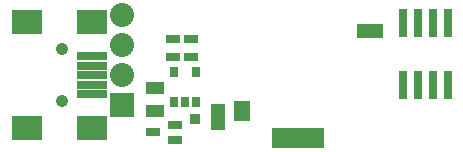
<source format=gbs>
G04 (created by PCBNEW-RS274X (2012-jan-04)-stable) date Sun 19 Feb 2012 11:53:43 PM CET*
G01*
G70*
G90*
%MOIN*%
G04 Gerber Fmt 3.4, Leading zero omitted, Abs format*
%FSLAX34Y34*%
G04 APERTURE LIST*
%ADD10C,0.006000*%
%ADD11R,0.080200X0.080200*%
%ADD12C,0.080200*%
%ADD13R,0.030200X0.093100*%
%ADD14R,0.036200X0.036200*%
%ADD15R,0.045600X0.029800*%
%ADD16R,0.061200X0.041200*%
%ADD17R,0.051200X0.031200*%
%ADD18R,0.026200X0.036200*%
%ADD19R,0.104600X0.025800*%
%ADD20R,0.104600X0.084900*%
%ADD21C,0.041600*%
%ADD22R,0.045600X0.069200*%
%ADD23R,0.124300X0.069200*%
%ADD24R,0.056200X0.031200*%
%ADD25R,0.056200X0.071200*%
%ADD26R,0.031200X0.051200*%
%ADD27R,0.041600X0.051200*%
%ADD28R,0.051200X0.041600*%
G04 APERTURE END LIST*
G54D10*
G54D11*
X16000Y-21000D03*
G54D12*
X16000Y-20000D03*
X16000Y-19000D03*
X16000Y-18000D03*
G54D13*
X25350Y-18270D03*
X25850Y-18270D03*
X26350Y-18270D03*
X26850Y-18270D03*
X26850Y-20330D03*
X26350Y-20330D03*
X25850Y-20330D03*
X25350Y-20330D03*
G54D14*
X18435Y-21460D03*
G54D15*
X17774Y-22161D03*
X17774Y-21649D03*
X17026Y-21905D03*
G54D16*
X17100Y-21175D03*
X17100Y-20425D03*
G54D17*
X17700Y-19400D03*
X17700Y-18800D03*
X18300Y-19400D03*
X18300Y-18800D03*
G54D18*
X18475Y-20900D03*
X17725Y-20900D03*
X18475Y-19900D03*
X18100Y-20900D03*
X17725Y-19900D03*
G54D19*
X14984Y-20000D03*
X14984Y-20314D03*
X14984Y-19371D03*
X14984Y-19686D03*
G54D20*
X12819Y-21771D03*
X14984Y-21771D03*
X12819Y-18229D03*
X14984Y-18229D03*
G54D19*
X14984Y-20629D03*
G54D21*
X14000Y-20866D03*
X14000Y-19134D03*
G54D22*
X22495Y-22090D03*
X21865Y-22090D03*
X21235Y-22090D03*
G54D23*
X21865Y-22090D03*
G54D24*
X20000Y-21000D03*
X20000Y-21400D03*
G54D25*
X20000Y-21200D03*
G54D26*
X23960Y-18515D03*
X24560Y-18515D03*
G54D27*
X24260Y-18515D03*
G54D17*
X19200Y-21700D03*
X19200Y-21100D03*
G54D28*
X19200Y-21400D03*
M02*

</source>
